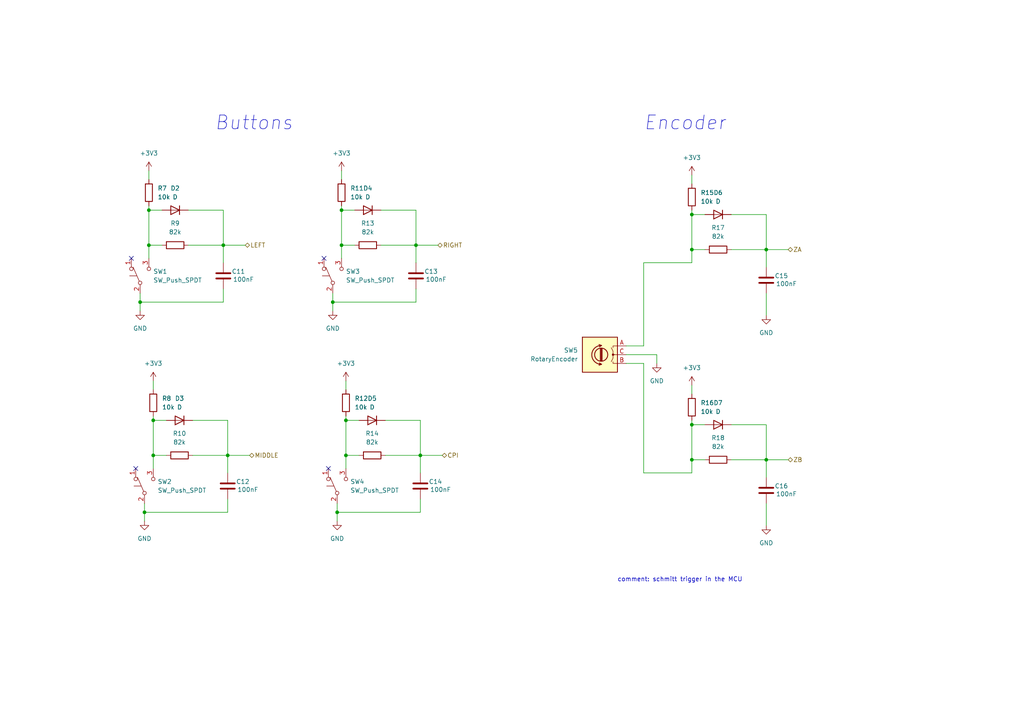
<source format=kicad_sch>
(kicad_sch (version 20211123) (generator eeschema)
  (paper "A4")
  (lib_symbols
    (symbol "Device:C" (pin_numbers hide) (pin_names (offset 0.254))
      (property "Reference" "C" (at 0.635 2.54 0))
      (property "Value" "C" (at 0.635 -2.54 0))
      (symbol "C_0_1"
        (polyline (pts (xy -2.032 -0.762) (xy 2.032 -0.762)) (stroke (width 0.508)))
        (polyline (pts (xy -2.032 0.762) (xy 2.032 0.762)) (stroke (width 0.508)))
      )
      (symbol "C_1_1"
        (pin passive line (at 0 3.81 270) (length 2.794) (name "~") (number "1"))
        (pin passive line (at 0 -3.81 90) (length 2.794) (name "~") (number "2"))
      )
    )
    (symbol "Device:D" (pin_numbers hide) (pin_names (offset 1.016) hide)
      (property "Reference" "D" (at 0 2.54 0))
      (property "Value" "D" (at 0 -2.54 0))
      (symbol "D_0_1"
        (polyline (pts (xy -1.27 1.27) (xy -1.27 -1.27)) (stroke (width 0.254)))
        (polyline (pts (xy 1.27 0) (xy -1.27 0)))
        (polyline (pts (xy 1.27 1.27) (xy 1.27 -1.27) (xy -1.27 0) (xy 1.27 1.27)) (stroke (width 0.254)))
      )
      (symbol "D_1_1"
        (pin passive line (at -3.81 0 0) (length 2.54) (name "K") (number "1"))
        (pin passive line (at 3.81 0 180) (length 2.54) (name "A") (number "2"))
      )
    )
    (symbol "Device:R" (pin_numbers hide) (pin_names (offset 0))
      (property "Reference" "R" (at 2.032 0 90))
      (property "Value" "R" (at 0 0 90))
      (symbol "R_0_1"
        (rectangle (start -1.016 -2.54) (end 1.016 2.54) (stroke (width 0.254)))
      )
      (symbol "R_1_1"
        (pin passive line (at 0 3.81 270) (length 1.27) (name "~") (number "1"))
        (pin passive line (at 0 -3.81 90) (length 1.27) (name "~") (number "2"))
      )
    )
    (symbol "Device:RotaryEncoder" (pin_names (offset 0.254) hide)
      (property "Reference" "SW" (at 0 6.604 0))
      (property "Value" "RotaryEncoder" (at 0 -6.604 0))
      (symbol "RotaryEncoder_0_1"
        (rectangle (start -5.08 5.08) (end 5.08 -5.08) (stroke (width 0.254)) (fill (type background)))
        (circle (center -3.81 0) (radius 0.254) (fill (type outline)))
        (arc (start -0.381 -2.794) (mid 2.3622 -0.0635) (end -0.381 2.667) (stroke (width 0.254)))
        (circle (center -0.381 0) (radius 1.905) (stroke (width 0.254)))
        (polyline (pts (xy -0.635 -1.778) (xy -0.635 1.778)) (stroke (width 0.254)))
        (polyline (pts (xy -0.381 -1.778) (xy -0.381 1.778)) (stroke (width 0.254)))
        (polyline (pts (xy -0.127 1.778) (xy -0.127 -1.778)) (stroke (width 0.254)))
        (polyline (pts (xy -5.08 -2.54) (xy -3.81 -2.54) (xy -3.81 -2.032)))
        (polyline (pts (xy -5.08 2.54) (xy -3.81 2.54) (xy -3.81 2.032)))
        (polyline (pts (xy 0.254 -3.048) (xy -0.508 -2.794) (xy 0.127 -2.413)) (stroke (width 0.254)))
        (polyline (pts (xy 0.254 2.921) (xy -0.508 2.667) (xy 0.127 2.286)) (stroke (width 0.254)))
        (polyline (pts (xy -5.08 0) (xy -3.81 0) (xy -3.81 -1.016) (xy -3.302 -2.032)))
        (polyline (pts (xy -4.318 0) (xy -3.81 0) (xy -3.81 1.016) (xy -3.302 2.032)))
      )
      (symbol "RotaryEncoder_1_1"
        (pin passive line (at -7.62 2.54 0) (length 2.54) (name "A") (number "A"))
        (pin passive line (at -7.62 -2.54 0) (length 2.54) (name "B") (number "B"))
        (pin passive line (at -7.62 0 0) (length 2.54) (name "C") (number "C"))
      )
    )
    (symbol "Switch:SW_Push_SPDT" (pin_names (offset 0) hide)
      (property "Reference" "SW" (at 0 4.318 0))
      (property "Value" "SW_Push_SPDT" (at 0 -5.08 0))
      (symbol "SW_Push_SPDT_0_0"
        (circle (center -2.032 0) (radius 0.508))
        (polyline (pts (xy 0 1.016) (xy 0 3.048)))
        (circle (center 2.032 -2.54) (radius 0.508))
      )
      (symbol "SW_Push_SPDT_0_1"
        (polyline (pts (xy -1.524 0.254) (xy 2.54 2.032)))
        (circle (center 2.032 2.54) (radius 0.508))
      )
      (symbol "SW_Push_SPDT_1_1"
        (pin passive line (at 5.08 2.54 180) (length 2.54) (name "A") (number "1"))
        (pin passive line (at -5.08 0 0) (length 2.54) (name "B") (number "2"))
        (pin passive line (at 5.08 -2.54 180) (length 2.54) (name "C") (number "3"))
      )
    )
    (symbol "power:+3.3V" (power) (pin_names (offset 0))
      (property "Value" "+3.3V" (at 0 3.556 0))
      (symbol "+3.3V_0_1"
        (polyline (pts (xy -0.762 1.27) (xy 0 2.54)))
        (polyline (pts (xy 0 0) (xy 0 2.54)))
        (polyline (pts (xy 0 2.54) (xy 0.762 1.27)))
      )
      (symbol "+3.3V_1_1"
        (pin power_in line (at 0 0 90) (length 0) hide (name "+3V3") (number "1"))
      )
    )
    (symbol "power:GND" (power) (pin_names (offset 0))
      (property "Value" "GND" (at 0 -3.81 0))
      (symbol "GND_0_1"
        (polyline (pts (xy 0 0) (xy 0 -1.27) (xy 1.27 -1.27) (xy 0 -2.54) (xy -1.27 -1.27) (xy 0 -1.27)))
      )
      (symbol "GND_1_1"
        (pin power_in line (at 0 0 270) (length 0) hide (name "GND") (number "1"))
      )
    )
  )
  (junction (at 200.66 72.39))
  (junction (at 43.18 71.12))
  (junction (at 200.66 133.35))
  (junction (at 222.25 72.39))
  (junction (at 66.04 132.08))
  (junction (at 200.66 123.19))
  (junction (at 100.33 121.92))
  (junction (at 44.45 121.92))
  (junction (at 99.06 60.96))
  (junction (at 120.65 71.12))
  (junction (at 40.64 87.63))
  (junction (at 99.06 71.12))
  (junction (at 64.77 71.12))
  (junction (at 44.45 132.08))
  (junction (at 222.25 133.35))
  (junction (at 43.18 60.96))
  (junction (at 200.66 62.23))
  (junction (at 121.92 132.08))
  (junction (at 100.33 132.08))
  (junction (at 97.79 148.59))
  (junction (at 41.91 148.59))
  (junction (at 96.52 87.63))
  (no_connect (at 95.25 135.89))
  (no_connect (at 93.98 74.93))
  (no_connect (at 38.1 74.93))
  (no_connect (at 39.37 135.89))
  (wire (pts (xy 100.33 121.92) (xy 100.33 132.08)))
  (wire (pts (xy 43.18 59.69) (xy 43.18 60.96)))
  (wire (pts (xy 110.49 71.12) (xy 120.65 71.12)))
  (wire (pts (xy 66.04 148.59) (xy 66.04 144.78)))
  (wire (pts (xy 40.64 87.63) (xy 40.64 90.17)))
  (wire (pts (xy 99.06 59.69) (xy 99.06 60.96)))
  (wire (pts (xy 200.66 114.3) (xy 200.66 111.76)))
  (wire (pts (xy 96.52 85.09) (xy 96.52 87.63)))
  (wire (pts (xy 64.77 71.12) (xy 64.77 76.2)))
  (wire (pts (xy 44.45 120.65) (xy 44.45 121.92)))
  (wire (pts (xy 97.79 148.59) (xy 97.79 151.13)))
  (wire (pts (xy 120.65 60.96) (xy 120.65 71.12)))
  (wire (pts (xy 64.77 87.63) (xy 64.77 83.82)))
  (wire (pts (xy 55.88 121.92) (xy 66.04 121.92)))
  (wire (pts (xy 186.69 105.41) (xy 186.69 137.16)))
  (wire (pts (xy 222.25 123.19) (xy 222.25 133.35)))
  (wire (pts (xy 96.52 87.63) (xy 96.52 90.17)))
  (wire (pts (xy 222.25 133.35) (xy 228.6 133.35)))
  (wire (pts (xy 204.47 72.39) (xy 200.66 72.39)))
  (wire (pts (xy 212.09 133.35) (xy 222.25 133.35)))
  (wire (pts (xy 121.92 121.92) (xy 121.92 132.08)))
  (wire (pts (xy 54.61 60.96) (xy 64.77 60.96)))
  (wire (pts (xy 204.47 123.19) (xy 200.66 123.19)))
  (wire (pts (xy 212.09 62.23) (xy 222.25 62.23)))
  (wire (pts (xy 66.04 121.92) (xy 66.04 132.08)))
  (wire (pts (xy 100.33 120.65) (xy 100.33 121.92)))
  (wire (pts (xy 104.14 132.08) (xy 100.33 132.08)))
  (wire (pts (xy 222.25 62.23) (xy 222.25 72.39)))
  (wire (pts (xy 44.45 113.03) (xy 44.45 110.49)))
  (wire (pts (xy 66.04 132.08) (xy 72.39 132.08)))
  (wire (pts (xy 121.92 148.59) (xy 121.92 144.78)))
  (wire (pts (xy 48.26 121.92) (xy 44.45 121.92)))
  (wire (pts (xy 222.25 72.39) (xy 228.6 72.39)))
  (wire (pts (xy 110.49 60.96) (xy 120.65 60.96)))
  (wire (pts (xy 40.64 85.09) (xy 40.64 87.63)))
  (wire (pts (xy 204.47 133.35) (xy 200.66 133.35)))
  (wire (pts (xy 40.64 87.63) (xy 64.77 87.63)))
  (wire (pts (xy 222.25 72.39) (xy 222.25 77.47)))
  (wire (pts (xy 111.76 121.92) (xy 121.92 121.92)))
  (wire (pts (xy 66.04 132.08) (xy 66.04 137.16)))
  (wire (pts (xy 99.06 71.12) (xy 99.06 74.93)))
  (wire (pts (xy 111.76 132.08) (xy 121.92 132.08)))
  (wire (pts (xy 100.33 132.08) (xy 100.33 135.89)))
  (wire (pts (xy 102.87 71.12) (xy 99.06 71.12)))
  (wire (pts (xy 99.06 60.96) (xy 99.06 71.12)))
  (wire (pts (xy 121.92 132.08) (xy 128.27 132.08)))
  (wire (pts (xy 48.26 132.08) (xy 44.45 132.08)))
  (wire (pts (xy 102.87 60.96) (xy 99.06 60.96)))
  (wire (pts (xy 190.5 102.87) (xy 190.5 105.41)))
  (wire (pts (xy 55.88 132.08) (xy 66.04 132.08)))
  (wire (pts (xy 222.25 85.09) (xy 222.25 91.44)))
  (wire (pts (xy 96.52 87.63) (xy 120.65 87.63)))
  (wire (pts (xy 200.66 60.96) (xy 200.66 62.23)))
  (wire (pts (xy 222.25 133.35) (xy 222.25 138.43)))
  (wire (pts (xy 212.09 72.39) (xy 222.25 72.39)))
  (wire (pts (xy 181.61 105.41) (xy 186.69 105.41)))
  (wire (pts (xy 120.65 87.63) (xy 120.65 83.82)))
  (wire (pts (xy 43.18 71.12) (xy 43.18 74.93)))
  (wire (pts (xy 200.66 133.35) (xy 200.66 137.16)))
  (wire (pts (xy 120.65 71.12) (xy 127 71.12)))
  (wire (pts (xy 186.69 137.16) (xy 200.66 137.16)))
  (wire (pts (xy 186.69 76.2) (xy 200.66 76.2)))
  (wire (pts (xy 121.92 132.08) (xy 121.92 137.16)))
  (wire (pts (xy 44.45 121.92) (xy 44.45 132.08)))
  (wire (pts (xy 97.79 148.59) (xy 121.92 148.59)))
  (wire (pts (xy 64.77 60.96) (xy 64.77 71.12)))
  (wire (pts (xy 181.61 100.33) (xy 186.69 100.33)))
  (wire (pts (xy 200.66 62.23) (xy 200.66 72.39)))
  (wire (pts (xy 212.09 123.19) (xy 222.25 123.19)))
  (wire (pts (xy 222.25 146.05) (xy 222.25 152.4)))
  (wire (pts (xy 99.06 52.07) (xy 99.06 49.53)))
  (wire (pts (xy 41.91 146.05) (xy 41.91 148.59)))
  (wire (pts (xy 64.77 71.12) (xy 71.12 71.12)))
  (wire (pts (xy 41.91 148.59) (xy 66.04 148.59)))
  (wire (pts (xy 200.66 121.92) (xy 200.66 123.19)))
  (wire (pts (xy 200.66 53.34) (xy 200.66 50.8)))
  (wire (pts (xy 44.45 132.08) (xy 44.45 135.89)))
  (wire (pts (xy 204.47 62.23) (xy 200.66 62.23)))
  (wire (pts (xy 41.91 148.59) (xy 41.91 151.13)))
  (wire (pts (xy 46.99 71.12) (xy 43.18 71.12)))
  (wire (pts (xy 97.79 146.05) (xy 97.79 148.59)))
  (wire (pts (xy 104.14 121.92) (xy 100.33 121.92)))
  (wire (pts (xy 200.66 123.19) (xy 200.66 133.35)))
  (wire (pts (xy 43.18 60.96) (xy 43.18 71.12)))
  (wire (pts (xy 100.33 113.03) (xy 100.33 110.49)))
  (wire (pts (xy 54.61 71.12) (xy 64.77 71.12)))
  (wire (pts (xy 46.99 60.96) (xy 43.18 60.96)))
  (wire (pts (xy 181.61 102.87) (xy 190.5 102.87)))
  (wire (pts (xy 200.66 72.39) (xy 200.66 76.2)))
  (wire (pts (xy 43.18 52.07) (xy 43.18 49.53)))
  (wire (pts (xy 186.69 100.33) (xy 186.69 76.2)))
  (wire (pts (xy 120.65 71.12) (xy 120.65 76.2)))
  (text "Encoder" (at 186.69 38.1 0) (effects (font (size 4 4) italic) (justify left bottom)))
  (text "Buttons" (at 62.23 38.1 0) (effects (font (size 4 4) italic) (justify left bottom)))
  (text "comment: schmitt trigger in the MCU" (at 179.07 168.91 0) (effects (font (size 1.27 1.27)) (justify left bottom)))
  (hierarchical_label "LEFT" (shape bidirectional) (at 71.12 71.12 0))
  (hierarchical_label "ZB" (shape bidirectional) (at 228.6 133.35 0))
  (hierarchical_label "MIDDLE" (shape bidirectional) (at 72.39 132.08 0))
  (hierarchical_label "CPI" (shape bidirectional) (at 128.27 132.08 0))
  (hierarchical_label "RIGHT" (shape bidirectional) (at 127 71.12 0))
  (hierarchical_label "ZA" (shape bidirectional) (at 228.6 72.39 0))
  (symbol (lib_id "Device:C") (at 222.25 142.24 0) (mirror y) (unit 1)
    (property "Reference" "C16" (at 228.6 140.97 0) (effects (justify left)))
    (property "Value" "100nF" (at 231.14 143.2814 0) (effects (justify left)))
    (property "Footprint" "Capacitor_SMD:C_0603_1608Metric" (effects hide))
    (property "LCSC" "C14663" (effects hide))
  )
  (symbol (lib_id "Device:D") (at 107.95 121.92 180) (unit 1)
    (property "Reference" "D5" (at 107.95 115.57 0))
    (property "Value" "D" (at 107.95 118.11 0))
    (property "Footprint" "Diode_SMD:D_SOD-123F" (effects hide))
    (property "LCSC" "C64898" (effects hide))
  )
  (symbol (lib_id "Device:R") (at 50.8 71.12 90) (unit 1)
    (property "Reference" "R9" (at 50.8 64.77 90))
    (property "Value" "82k" (at 50.8 67.31 90))
    (property "Footprint" "Resistor_SMD:R_0603_1608Metric" (effects hide))
    (property "LCSC" "C23254" (effects hide))
  )
  (symbol (lib_id "Device:R") (at 200.66 118.11 0) (unit 1)
    (property "Reference" "R16" (at 203.2 116.8399 0) (effects (justify left)))
    (property "Value" "10k" (at 203.2 119.3799 0) (effects (justify left)))
    (property "Footprint" "Resistor_SMD:R_0603_1608Metric" (effects hide))
    (property "LCSC" "C25804" (effects hide))
  )
  (symbol (lib_id "Device:R") (at 44.45 116.84 0) (unit 1)
    (property "Reference" "R8" (at 46.99 115.5699 0) (effects (justify left)))
    (property "Value" "10k" (at 46.99 118.1099 0) (effects (justify left)))
    (property "Footprint" "Resistor_SMD:R_0603_1608Metric" (effects hide))
    (property "LCSC" "C25804" (effects hide))
  )
  (symbol (lib_id "Switch:SW_Push_SPDT") (at 41.91 140.97 90) (unit 1)
    (property "Reference" "SW2" (at 45.72 139.6999 90) (effects (justify right)))
    (property "Value" "SW_Push_SPDT" (at 45.72 142.2399 90) (effects (justify right)))
    (property "Footprint" "mouse:mouse_switch" (effects hide))
  )
  (symbol (lib_id "power:GND") (at 41.91 151.13 0) (mirror y) (unit 1)
    (property "Reference" "#PWR024" (effects hide))
    (property "Value" "GND" (at 41.91 156.21 0))
  )
  (symbol (lib_id "power:GND") (at 222.25 152.4 0) (mirror y) (unit 1)
    (property "Reference" "#PWR034" (effects hide))
    (property "Value" "GND" (at 222.25 157.48 0))
  )
  (symbol (lib_id "power:GND") (at 97.79 151.13 0) (mirror y) (unit 1)
    (property "Reference" "#PWR028" (effects hide))
    (property "Value" "GND" (at 97.79 156.21 0))
  )
  (symbol (lib_id "Device:R") (at 52.07 132.08 90) (unit 1)
    (property "Reference" "R10" (at 52.07 125.73 90))
    (property "Value" "82k" (at 52.07 128.27 90))
    (property "Footprint" "Resistor_SMD:R_0603_1608Metric" (effects hide))
    (property "LCSC" "C23254" (effects hide))
  )
  (symbol (lib_id "Device:R") (at 107.95 132.08 90) (unit 1)
    (property "Reference" "R14" (at 107.95 125.73 90))
    (property "Value" "82k" (at 107.95 128.27 90))
    (property "Footprint" "Resistor_SMD:R_0603_1608Metric" (effects hide))
    (property "LCSC" "C23254" (effects hide))
  )
  (symbol (lib_id "Device:R") (at 208.28 133.35 90) (unit 1)
    (property "Reference" "R18" (at 208.28 127 90))
    (property "Value" "82k" (at 208.28 129.54 90))
    (property "Footprint" "Resistor_SMD:R_0603_1608Metric" (effects hide))
    (property "LCSC" "C23254" (effects hide))
  )
  (symbol (lib_id "Device:D") (at 208.28 62.23 180) (unit 1)
    (property "Reference" "D6" (at 208.28 55.88 0))
    (property "Value" "D" (at 208.28 58.42 0))
    (property "Footprint" "Diode_SMD:D_SOD-123F" (effects hide))
    (property "LCSC" "C64898" (effects hide))
  )
  (symbol (lib_id "Device:R") (at 208.28 72.39 90) (unit 1)
    (property "Reference" "R17" (at 208.28 66.04 90))
    (property "Value" "82k" (at 208.28 68.58 90))
    (property "Footprint" "Resistor_SMD:R_0603_1608Metric" (effects hide))
    (property "LCSC" "C23254" (effects hide))
  )
  (symbol (lib_id "Device:C") (at 64.77 80.01 0) (mirror y) (unit 1)
    (property "Reference" "C11" (at 71.12 78.74 0) (effects (justify left)))
    (property "Value" "100nF" (at 73.66 81.0514 0) (effects (justify left)))
    (property "Footprint" "Capacitor_SMD:C_0603_1608Metric" (effects hide))
    (property "LCSC" "C14663" (effects hide))
  )
  (symbol (lib_id "power:+3.3V") (at 200.66 50.8 0) (unit 1)
    (property "Reference" "#PWR031" (effects hide))
    (property "Value" "+3.3V" (at 200.66 45.72 0))
  )
  (symbol (lib_id "Device:C") (at 121.92 140.97 0) (mirror y) (unit 1)
    (property "Reference" "C14" (at 128.27 139.7 0) (effects (justify left)))
    (property "Value" "100nF" (at 130.81 142.0114 0) (effects (justify left)))
    (property "Footprint" "Capacitor_SMD:C_0603_1608Metric" (effects hide))
    (property "LCSC" "C14663" (effects hide))
  )
  (symbol (lib_id "Device:R") (at 43.18 55.88 0) (unit 1)
    (property "Reference" "R7" (at 45.72 54.6099 0) (effects (justify left)))
    (property "Value" "10k" (at 45.72 57.1499 0) (effects (justify left)))
    (property "Footprint" "Resistor_SMD:R_0603_1608Metric" (effects hide))
    (property "LCSC" "C25804" (effects hide))
  )
  (symbol (lib_id "Device:R") (at 100.33 116.84 0) (unit 1)
    (property "Reference" "R12" (at 102.87 115.5699 0) (effects (justify left)))
    (property "Value" "10k" (at 102.87 118.1099 0) (effects (justify left)))
    (property "Footprint" "Resistor_SMD:R_0603_1608Metric" (effects hide))
    (property "LCSC" "C25804" (effects hide))
  )
  (symbol (lib_id "Device:D") (at 208.28 123.19 180) (unit 1)
    (property "Reference" "D7" (at 208.28 116.84 0))
    (property "Value" "D" (at 208.28 119.38 0))
    (property "Footprint" "Diode_SMD:D_SOD-123F" (effects hide))
    (property "LCSC" "C64898" (effects hide))
  )
  (symbol (lib_id "Device:RotaryEncoder") (at 173.99 102.87 0) (mirror y) (unit 1)
    (property "Reference" "SW5" (at 167.64 101.5999 0) (effects (justify left)))
    (property "Value" "RotaryEncoder" (at 167.64 104.1399 0) (effects (justify left)))
    (property "Footprint" "mouse:mouse_encoder" (effects hide))
  )
  (symbol (lib_id "power:+3.3V") (at 99.06 49.53 0) (unit 1)
    (property "Reference" "#PWR027" (effects hide))
    (property "Value" "+3.3V" (at 99.06 44.45 0))
  )
  (symbol (lib_id "Device:D") (at 52.07 121.92 180) (unit 1)
    (property "Reference" "D3" (at 52.07 115.57 0))
    (property "Value" "D" (at 52.07 118.11 0))
    (property "Footprint" "Diode_SMD:D_SOD-123F" (effects hide))
    (property "LCSC" "C64898" (effects hide))
  )
  (symbol (lib_id "Device:R") (at 106.68 71.12 90) (unit 1)
    (property "Reference" "R13" (at 106.68 64.77 90))
    (property "Value" "82k" (at 106.68 67.31 90))
    (property "Footprint" "Resistor_SMD:R_0603_1608Metric" (effects hide))
    (property "LCSC" "C23254" (effects hide))
  )
  (symbol (lib_id "power:+3.3V") (at 44.45 110.49 0) (unit 1)
    (property "Reference" "#PWR025" (effects hide))
    (property "Value" "+3.3V" (at 44.45 105.41 0))
  )
  (symbol (lib_id "power:GND") (at 40.64 90.17 0) (mirror y) (unit 1)
    (property "Reference" "#PWR022" (effects hide))
    (property "Value" "GND" (at 40.64 95.25 0))
  )
  (symbol (lib_id "Device:C") (at 222.25 81.28 0) (mirror y) (unit 1)
    (property "Reference" "C15" (at 228.6 80.01 0) (effects (justify left)))
    (property "Value" "100nF" (at 231.14 82.3214 0) (effects (justify left)))
    (property "Footprint" "Capacitor_SMD:C_0603_1608Metric" (effects hide))
    (property "LCSC" "C14663" (effects hide))
  )
  (symbol (lib_id "Device:R") (at 200.66 57.15 0) (unit 1)
    (property "Reference" "R15" (at 203.2 55.8799 0) (effects (justify left)))
    (property "Value" "10k" (at 203.2 58.4199 0) (effects (justify left)))
    (property "Footprint" "Resistor_SMD:R_0603_1608Metric" (effects hide))
    (property "LCSC" "C25804" (effects hide))
  )
  (symbol (lib_id "power:+3.3V") (at 100.33 110.49 0) (unit 1)
    (property "Reference" "#PWR029" (effects hide))
    (property "Value" "+3.3V" (at 100.33 105.41 0))
  )
  (symbol (lib_id "Device:D") (at 106.68 60.96 180) (unit 1)
    (property "Reference" "D4" (at 106.68 54.61 0))
    (property "Value" "D" (at 106.68 57.15 0))
    (property "Footprint" "Diode_SMD:D_SOD-123F" (effects hide))
    (property "LCSC" "C64898" (effects hide))
  )
  (symbol (lib_id "Device:D") (at 50.8 60.96 180) (unit 1)
    (property "Reference" "D2" (at 50.8 54.61 0))
    (property "Value" "D" (at 50.8 57.15 0))
    (property "Footprint" "Diode_SMD:D_SOD-123F" (effects hide))
    (property "LCSC" "C64898" (effects hide))
  )
  (symbol (lib_id "power:GND") (at 222.25 91.44 0) (mirror y) (unit 1)
    (property "Reference" "#PWR033" (effects hide))
    (property "Value" "GND" (at 222.25 96.52 0))
  )
  (symbol (lib_id "Device:R") (at 99.06 55.88 0) (unit 1)
    (property "Reference" "R11" (at 101.6 54.6099 0) (effects (justify left)))
    (property "Value" "10k" (at 101.6 57.1499 0) (effects (justify left)))
    (property "Footprint" "Resistor_SMD:R_0603_1608Metric" (effects hide))
    (property "LCSC" "C25804" (effects hide))
  )
  (symbol (lib_id "Switch:SW_Push_SPDT") (at 97.79 140.97 90) (unit 1)
    (property "Reference" "SW4" (at 101.6 139.6999 90) (effects (justify right)))
    (property "Value" "SW_Push_SPDT" (at 101.6 142.2399 90) (effects (justify right)))
    (property "Footprint" "mouse:mouse_switch" (effects hide))
  )
  (symbol (lib_id "power:+3.3V") (at 43.18 49.53 0) (unit 1)
    (property "Reference" "#PWR023" (effects hide))
    (property "Value" "+3.3V" (at 43.18 44.45 0))
  )
  (symbol (lib_id "power:GND") (at 190.5 105.41 0) (mirror y) (unit 1)
    (property "Reference" "#PWR030" (effects hide))
    (property "Value" "GND" (at 190.5 110.49 0))
  )
  (symbol (lib_id "Device:C") (at 66.04 140.97 0) (mirror y) (unit 1)
    (property "Reference" "C12" (at 72.39 139.7 0) (effects (justify left)))
    (property "Value" "100nF" (at 74.93 142.0114 0) (effects (justify left)))
    (property "Footprint" "Capacitor_SMD:C_0603_1608Metric" (effects hide))
    (property "LCSC" "C14663" (effects hide))
  )
  (symbol (lib_id "Device:C") (at 120.65 80.01 0) (mirror y) (unit 1)
    (property "Reference" "C13" (at 127 78.74 0) (effects (justify left)))
    (property "Value" "100nF" (at 129.54 81.0514 0) (effects (justify left)))
    (property "Footprint" "Capacitor_SMD:C_0603_1608Metric" (effects hide))
    (property "LCSC" "C14663" (effects hide))
  )
  (symbol (lib_id "Switch:SW_Push_SPDT") (at 40.64 80.01 90) (unit 1)
    (property "Reference" "SW1" (at 44.45 78.7399 90) (effects (justify right)))
    (property "Value" "SW_Push_SPDT" (at 44.45 81.2799 90) (effects (justify right)))
    (property "Footprint" "mouse:mouse_switch" (effects hide))
  )
  (symbol (lib_id "Switch:SW_Push_SPDT") (at 96.52 80.01 90) (unit 1)
    (property "Reference" "SW3" (at 100.33 78.7399 90) (effects (justify right)))
    (property "Value" "SW_Push_SPDT" (at 100.33 81.2799 90) (effects (justify right)))
    (property "Footprint" "mouse:mouse_switch" (effects hide))
  )
  (symbol (lib_id "power:+3.3V") (at 200.66 111.76 0) (unit 1)
    (property "Reference" "#PWR032" (effects hide))
    (property "Value" "+3.3V" (at 200.66 106.68 0))
  )
  (symbol (lib_id "power:GND") (at 96.52 90.17 0) (mirror y) (unit 1)
    (property "Reference" "#PWR026" (effects hide))
    (property "Value" "GND" (at 96.52 95.25 0))
  )
)
</source>
